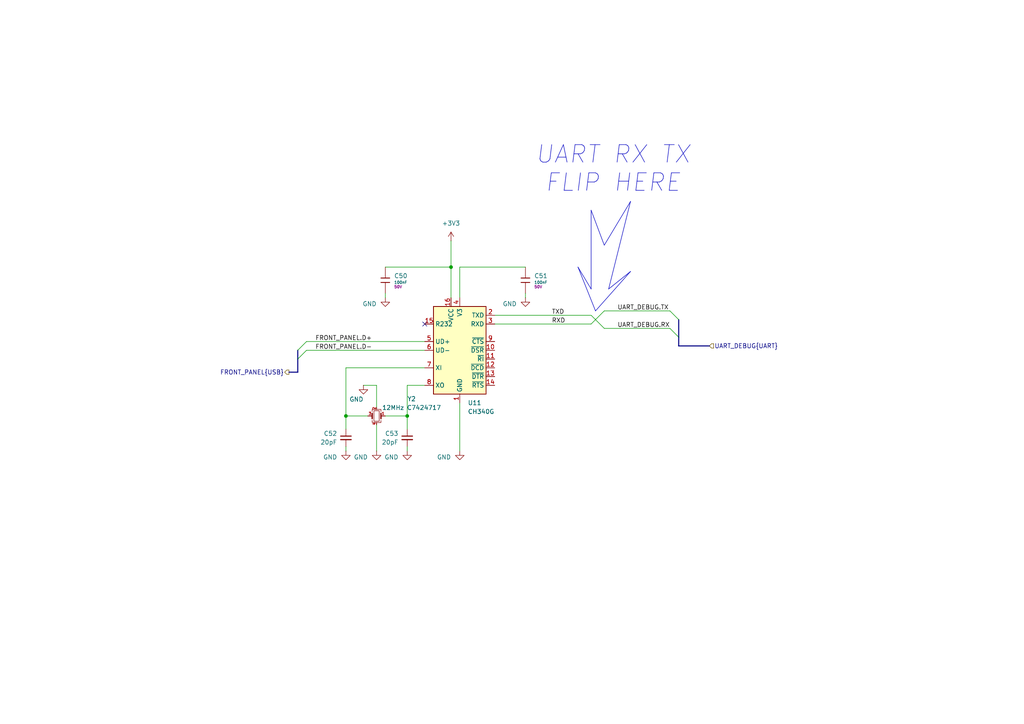
<source format=kicad_sch>
(kicad_sch (version 20231120) (generator "eeschema") (generator_version "8.0")
  (paper "A4")
  (title_block (date "2025-02-10") (rev "A") (company "ModuCard System"))
  (lib_symbols
    (symbol "Device:C_Small" (pin_numbers hide) (pin_names (offset 0.254) hide)
      (property "Reference" "C" (at 0.254 1.778 0))
      (property "Value" "C_Small" (at 0.254 -2.032 0))
      (symbol "C_Small_0_1"
        (polyline (pts (xy -1.524 -0.508) (xy 1.524 -0.508)) (stroke (width 0.3302)))
        (polyline (pts (xy -1.524 0.508) (xy 1.524 0.508)) (stroke (width 0.3048)))
      )
      (symbol "C_Small_1_1"
        (pin passive line (at 0 2.54 270) (length 2.032) (name "~") (number "1"))
        (pin passive line (at 0 -2.54 90) (length 2.032) (name "~") (number "2"))
      )
    )
    (symbol "Device:Crystal_GND24_Small" (pin_names (offset 1.016) hide)
      (property "Reference" "Y" (at 1.27 4.445 0))
      (property "Value" "Crystal_GND24_Small" (at 1.27 2.54 0))
      (symbol "Crystal_GND24_Small_0_1"
        (rectangle (start -0.762 -1.524) (end 0.762 1.524))
        (polyline (pts (xy -1.27 -0.762) (xy -1.27 0.762)) (stroke (width 0.381)))
        (polyline (pts (xy 1.27 -0.762) (xy 1.27 0.762)) (stroke (width 0.381)))
        (polyline (pts (xy -1.27 -1.27) (xy -1.27 -1.905) (xy 1.27 -1.905) (xy 1.27 -1.27)))
        (polyline (pts (xy -1.27 1.27) (xy -1.27 1.905) (xy 1.27 1.905) (xy 1.27 1.27)))
      )
      (symbol "Crystal_GND24_Small_1_1"
        (pin passive line (at -2.54 0 0) (length 1.27) (name "1") (number "1"))
        (pin passive line (at 0 -2.54 90) (length 0.635) (name "2") (number "2"))
        (pin passive line (at 2.54 0 180) (length 1.27) (name "3") (number "3"))
        (pin passive line (at 0 2.54 270) (length 0.635) (name "4") (number "4"))
      )
    )
    (symbol "Interface_USB:CH340G"
      (property "Reference" "U" (at -5.08 13.97 0))
      (property "Value" "CH340G" (at 1.27 13.97 0))
      (symbol "CH340G_0_1"
        (rectangle (start -7.62 12.7) (end 7.62 -12.7) (stroke (width 0.254)) (fill (type background)))
      )
      (symbol "CH340G_1_1"
        (pin power_in line (at 0 -15.24 90) (length 2.54) (name "GND") (number "1"))
        (pin input line (at 10.16 0 180) (length 2.54) (name "~{DSR}") (number "10"))
        (pin input line (at 10.16 -2.54 180) (length 2.54) (name "~{RI}") (number "11"))
        (pin input line (at 10.16 -5.08 180) (length 2.54) (name "~{DCD}") (number "12"))
        (pin output line (at 10.16 -7.62 180) (length 2.54) (name "~{DTR}") (number "13"))
        (pin output line (at 10.16 -10.16 180) (length 2.54) (name "~{RTS}") (number "14"))
        (pin input line (at -10.16 7.62 0) (length 2.54) (name "R232") (number "15"))
        (pin power_in line (at -2.54 15.24 270) (length 2.54) (name "VCC") (number "16"))
        (pin output line (at 10.16 10.16 180) (length 2.54) (name "TXD") (number "2"))
        (pin input line (at 10.16 7.62 180) (length 2.54) (name "RXD") (number "3"))
        (pin power_out line (at 0 15.24 270) (length 2.54) (name "V3") (number "4"))
        (pin bidirectional line (at -10.16 2.54 0) (length 2.54) (name "UD+") (number "5"))
        (pin bidirectional line (at -10.16 0 0) (length 2.54) (name "UD-") (number "6"))
        (pin input line (at -10.16 -5.08 0) (length 2.54) (name "XI") (number "7"))
        (pin output line (at -10.16 -10.16 0) (length 2.54) (name "XO") (number "8"))
        (pin input line (at 10.16 2.54 180) (length 2.54) (name "~{CTS}") (number "9"))
      )
    )
    (symbol "PCM_JLCPCB-Capacitors:0402,100nF,(2)" (pin_numbers hide) (pin_names (offset 0))
      (property "Reference" "C" (at 2.032 1.668 0))
      (property "Value" "100nF" (at 2.032 -0.3782 0))
      (property "Voltage Rated" "50V" (at 2.032 -2.0462 0))
      (symbol "0402,100nF,(2)_0_1"
        (polyline (pts (xy -1.27 -0.635) (xy 1.27 -0.635)) (stroke (width 0.254)))
        (polyline (pts (xy -1.27 0.635) (xy 1.27 0.635)) (stroke (width 0.254)))
      )
      (symbol "0402,100nF,(2)_1_1"
        (pin passive line (at 0 3.81 270) (length 3.175) (name "~") (number "1"))
        (pin passive line (at 0 -3.81 90) (length 3.175) (name "~") (number "2"))
      )
    )
    (symbol "power:+3V3" (power) (pin_numbers hide) (pin_names (offset 0) hide)
      (property "Value" "+3V3" (at 0 3.556 0))
      (symbol "+3V3_0_1"
        (polyline (pts (xy -0.762 1.27) (xy 0 2.54)))
        (polyline (pts (xy 0 0) (xy 0 2.54)))
        (polyline (pts (xy 0 2.54) (xy 0.762 1.27)))
      )
      (symbol "+3V3_1_1"
        (pin power_in line (at 0 0 90) (length 0) (name "~") (number "1"))
      )
    )
    (symbol "power:GND" (power) (pin_numbers hide) (pin_names (offset 0) hide)
      (property "Value" "GND" (at 0 -3.81 0))
      (symbol "GND_0_1"
        (polyline (pts (xy 0 0) (xy 0 -1.27) (xy 1.27 -1.27) (xy 0 -2.54) (xy -1.27 -1.27) (xy 0 -1.27)))
      )
      (symbol "GND_1_1"
        (pin power_in line (at 0 0 270) (length 0) (name "~") (number "1"))
      )
    )
  )
  (junction (at 130.81 77.47))
  (junction (at 100.33 120.65))
  (junction (at 118.11 120.65))
  (no_connect (at 123.19 93.98))
  (bus_entry (at 86.36 104.14) (size 2.54 -2.54))
  (bus_entry (at 196.85 92.71) (size -2.54 -2.54))
  (bus_entry (at 86.36 101.6) (size 2.54 -2.54))
  (bus_entry (at 196.85 97.79) (size -2.54 -2.54))
  (bus (pts (xy 196.85 100.33) (xy 196.85 97.79)))
  (wire (pts (xy 100.33 120.65) (xy 106.68 120.65)))
  (wire (pts (xy 133.35 116.84) (xy 133.35 130.81)))
  (wire (pts (xy 111.76 85.09) (xy 111.76 86.36)))
  (wire (pts (xy 111.76 120.65) (xy 118.11 120.65)))
  (wire (pts (xy 109.22 111.76) (xy 105.41 111.76)))
  (polyline (pts (xy 167.64 77.47) (xy 171.45 83.82)))
  (bus (pts (xy 86.36 101.6) (xy 86.36 104.14)))
  (wire (pts (xy 100.33 106.68) (xy 100.33 120.65)))
  (wire (pts (xy 143.51 93.98) (xy 171.45 93.98)))
  (wire (pts (xy 130.81 77.47) (xy 130.81 86.36)))
  (wire (pts (xy 175.26 90.17) (xy 194.31 90.17)))
  (bus (pts (xy 86.36 107.95) (xy 86.36 104.14)))
  (wire (pts (xy 118.11 120.65) (xy 118.11 124.46)))
  (wire (pts (xy 123.19 106.68) (xy 100.33 106.68)))
  (bus (pts (xy 196.85 92.71) (xy 196.85 97.79)))
  (polyline (pts (xy 182.88 78.74) (xy 172.72 90.17)))
  (wire (pts (xy 118.11 129.54) (xy 118.11 130.81)))
  (wire (pts (xy 118.11 111.76) (xy 123.19 111.76)))
  (wire (pts (xy 133.35 77.47) (xy 133.35 86.36)))
  (wire (pts (xy 143.51 91.44) (xy 171.45 91.44)))
  (polyline (pts (xy 181.61 63.5) (xy 182.88 58.42)))
  (bus (pts (xy 83.82 107.95) (xy 86.36 107.95)))
  (bus (pts (xy 205.74 100.33) (xy 196.85 100.33)))
  (wire (pts (xy 88.9 99.06) (xy 123.19 99.06)))
  (wire (pts (xy 175.26 95.25) (xy 194.31 95.25)))
  (wire (pts (xy 175.26 90.17) (xy 171.45 93.98)))
  (wire (pts (xy 100.33 120.65) (xy 100.33 124.46)))
  (polyline (pts (xy 176.53 83.82) (xy 182.88 78.74)))
  (wire (pts (xy 88.9 101.6) (xy 123.19 101.6)))
  (wire (pts (xy 152.4 85.09) (xy 152.4 86.36)))
  (polyline (pts (xy 175.26 71.12) (xy 182.88 58.42)))
  (wire (pts (xy 175.26 95.25) (xy 171.45 91.44)))
  (wire (pts (xy 109.22 123.19) (xy 109.22 130.81)))
  (wire (pts (xy 111.76 77.47) (xy 130.81 77.47)))
  (wire (pts (xy 152.4 77.47) (xy 133.35 77.47)))
  (wire (pts (xy 100.33 129.54) (xy 100.33 130.81)))
  (wire (pts (xy 130.81 69.85) (xy 130.81 77.47)))
  (wire (pts (xy 109.22 111.76) (xy 109.22 118.11)))
  (polyline (pts (xy 181.61 63.5) (xy 176.53 83.82)))
  (polyline (pts (xy 171.45 83.82) (xy 171.45 60.96)))
  (polyline (pts (xy 172.72 90.17) (xy 167.64 77.47)))
  (wire (pts (xy 118.11 120.65) (xy 118.11 111.76)))
  (polyline (pts (xy 171.45 60.96) (xy 175.26 71.12)))
  (text "UART RX TX\nFLIP HERE" (at 177.8 49.022 0) (effects (font (size 5.08 5.08) (italic yes))))
  (label "TXD" (at 160.02 91.44 0))
  (label "RXD" (at 160.02 93.98 0))
  (label "UART_DEBUG.RX" (at 179.07 95.25 0))
  (label "FRONT_PANEL.D-" (at 91.44 101.6 0))
  (label "FRONT_PANEL.D+" (at 91.44 99.06 0))
  (label "UART_DEBUG.TX" (at 179.07 90.17 0))
  (hierarchical_label "UART_DEBUG{UART}" (shape input) (at 205.74 100.33 0))
  (hierarchical_label "FRONT_PANEL{USB}" (shape output) (at 83.82 107.95 180))
  (symbol (lib_id "Device:C_Small") (at 118.11 127 0) (mirror y) (unit 1)
    (property "Reference" "C53" (at 115.57 125.7362 0) (effects (justify left)))
    (property "Value" "20pF" (at 115.57 128.2762 0) (effects (justify left)))
    (property "Footprint" "Capacitor_SMD:C_0402_1005Metric" (effects (hide yes)))
    (property "Description" "Unpolarized capacitor, small symbol" (effects (hide yes)))
  )
  (symbol (lib_id "Device:Crystal_GND24_Small") (at 109.22 120.65 180) (unit 1)
    (property "Reference" "Y2" (at 119.38 115.6969 0))
    (property "Value" "12MHz C7424717" (at 119.38 118.2369 0))
    (property "Footprint" "Crystal:Crystal_SMD_3225-4Pin_3.2x2.5mm" (effects (hide yes)))
    (property "Description" "Four pin crystal, GND on pins 2 and 4, small symbol" (effects (hide yes)))
  )
  (symbol (lib_id "Device:C_Small") (at 100.33 127 0) (mirror y) (unit 1)
    (property "Reference" "C52" (at 97.79 125.7362 0) (effects (justify left)))
    (property "Value" "20pF" (at 97.79 128.2762 0) (effects (justify left)))
    (property "Footprint" "Capacitor_SMD:C_0402_1005Metric" (effects (hide yes)))
    (property "Description" "Unpolarized capacitor, small symbol" (effects (hide yes)))
  )
  (symbol (lib_id "power:GND") (at 105.41 111.76 0) (mirror y) (unit 1)
    (property "Reference" "#PWR087" (effects (hide yes)))
    (property "Value" "GND" (at 103.378 115.824 0))
    (property "Description" "Power symbol creates a global label with name \"GND\" , ground" (effects (hide yes)))
  )
  (symbol (lib_id "power:+3V3") (at 130.81 69.85 0) (unit 1)
    (property "Reference" "#PWR078" (effects (hide yes)))
    (property "Value" "+3V3" (at 130.81 64.77 0))
    (property "Description" "Power symbol creates a global label with name \"+3V3\"" (effects (hide yes)))
  )
  (symbol (lib_id "PCM_JLCPCB-Capacitors:0402,100nF,(2)") (at 152.4 81.28 0) (unit 1)
    (property "Reference" "C51" (at 154.94 80.01 0) (effects (justify left)))
    (property "Value" "100nF" (at 154.94 81.915 0) (effects (font (size 0.8 0.8)) (justify left)))
    (property "Footprint" "PCM_JLCPCB:C_0402" (effects (hide yes)))
    (property "Datasheet" "https://www.lcsc.com/datasheet/lcsc_datasheet_2304140030_Samsung-Electro-Mechanics-CL05B104KB54PNC_C307331.pdf" (effects (hide yes)))
    (property "Description" "50V 100nF X7R ±10% 0402 Multilayer Ceramic Capacitors MLCC - SMD/SMT ROHS" (effects (hide yes)))
    (property "LCSC" "C307331" (effects (hide yes)))
    (property "Stock" "5358037" (effects (hide yes)))
    (property "Price" "0.008USD" (effects (hide yes)))
    (property "Process" "SMT" (effects (hide yes)))
    (property "Minimum Qty" "20" (effects (hide yes)))
    (property "Attrition Qty" "10" (effects (hide yes)))
    (property "Class" "Basic Component" (effects (hide yes)))
    (property "Category" "Capacitors,Multilayer Ceramic Capacitors MLCC - SMD/SMT" (effects (hide yes)))
    (property "Manufacturer" "Samsung Electro-Mechanics" (effects (hide yes)))
    (property "Part" "CL05B104KB54PNC" (effects (hide yes)))
    (property "Voltage Rated" "50V" (at 154.94 83.185 0) (effects (font (size 0.8 0.8)) (justify left)))
    (property "Tolerance" "±10%" (effects (hide yes)))
    (property "Capacitance" "100nF" (effects (hide yes)))
    (property "Temperature Coefficient" "X7R" (effects (hide yes)))
  )
  (symbol (lib_id "power:GND") (at 133.35 130.81 0) (mirror y) (unit 1)
    (property "Reference" "#PWR099" (effects (hide yes)))
    (property "Value" "GND" (at 128.778 132.588 0))
    (property "Description" "Power symbol creates a global label with name \"GND\" , ground" (effects (hide yes)))
  )
  (symbol (lib_id "power:GND") (at 111.76 86.36 0) (mirror y) (unit 1)
    (property "Reference" "#PWR085" (effects (hide yes)))
    (property "Value" "GND" (at 107.188 88.138 0))
    (property "Description" "Power symbol creates a global label with name \"GND\" , ground" (effects (hide yes)))
  )
  (symbol (lib_id "PCM_JLCPCB-Capacitors:0402,100nF,(2)") (at 111.76 81.28 0) (unit 1)
    (property "Reference" "C50" (at 114.3 80.01 0) (effects (justify left)))
    (property "Value" "100nF" (at 114.3 81.915 0) (effects (font (size 0.8 0.8)) (justify left)))
    (property "Footprint" "PCM_JLCPCB:C_0402" (effects (hide yes)))
    (property "Datasheet" "https://www.lcsc.com/datasheet/lcsc_datasheet_2304140030_Samsung-Electro-Mechanics-CL05B104KB54PNC_C307331.pdf" (effects (hide yes)))
    (property "Description" "50V 100nF X7R ±10% 0402 Multilayer Ceramic Capacitors MLCC - SMD/SMT ROHS" (effects (hide yes)))
    (property "LCSC" "C307331" (effects (hide yes)))
    (property "Stock" "5358037" (effects (hide yes)))
    (property "Price" "0.008USD" (effects (hide yes)))
    (property "Process" "SMT" (effects (hide yes)))
    (property "Minimum Qty" "20" (effects (hide yes)))
    (property "Attrition Qty" "10" (effects (hide yes)))
    (property "Class" "Basic Component" (effects (hide yes)))
    (property "Category" "Capacitors,Multilayer Ceramic Capacitors MLCC - SMD/SMT" (effects (hide yes)))
    (property "Manufacturer" "Samsung Electro-Mechanics" (effects (hide yes)))
    (property "Part" "CL05B104KB54PNC" (effects (hide yes)))
    (property "Voltage Rated" "50V" (at 114.3 83.185 0) (effects (font (size 0.8 0.8)) (justify left)))
    (property "Tolerance" "±10%" (effects (hide yes)))
    (property "Capacitance" "100nF" (effects (hide yes)))
    (property "Temperature Coefficient" "X7R" (effects (hide yes)))
  )
  (symbol (lib_id "power:GND") (at 109.22 130.81 0) (mirror y) (unit 1)
    (property "Reference" "#PWR091" (effects (hide yes)))
    (property "Value" "GND" (at 104.648 132.588 0))
    (property "Description" "Power symbol creates a global label with name \"GND\" , ground" (effects (hide yes)))
  )
  (symbol (lib_id "power:GND") (at 118.11 130.81 0) (mirror y) (unit 1)
    (property "Reference" "#PWR092" (effects (hide yes)))
    (property "Value" "GND" (at 113.538 132.588 0))
    (property "Description" "Power symbol creates a global label with name \"GND\" , ground" (effects (hide yes)))
  )
  (symbol (lib_id "Interface_USB:CH340G") (at 133.35 101.6 0) (unit 1)
    (property "Reference" "U11" (at 135.6734 116.84 0) (effects (justify left)))
    (property "Value" "CH340G" (at 135.6734 119.38 0) (effects (justify left)))
    (property "Footprint" "Package_SO:SOIC-16_3.9x9.9mm_P1.27mm" (effects (hide yes)))
    (property "Datasheet" "http://www.datasheet5.com/pdf-local-2195953" (effects (hide yes)))
    (property "Description" "USB serial converter, UART, SOIC-16" (effects (hide yes)))
  )
  (symbol (lib_id "power:GND") (at 152.4 86.36 0) (mirror y) (unit 1)
    (property "Reference" "#PWR086" (effects (hide yes)))
    (property "Value" "GND" (at 147.828 88.138 0))
    (property "Description" "Power symbol creates a global label with name \"GND\" , ground" (effects (hide yes)))
  )
  (symbol (lib_id "power:GND") (at 100.33 130.81 0) (mirror y) (unit 1)
    (property "Reference" "#PWR088" (effects (hide yes)))
    (property "Value" "GND" (at 95.758 132.588 0))
    (property "Description" "Power symbol creates a global label with name \"GND\" , ground" (effects (hide yes)))
  )
)
</source>
